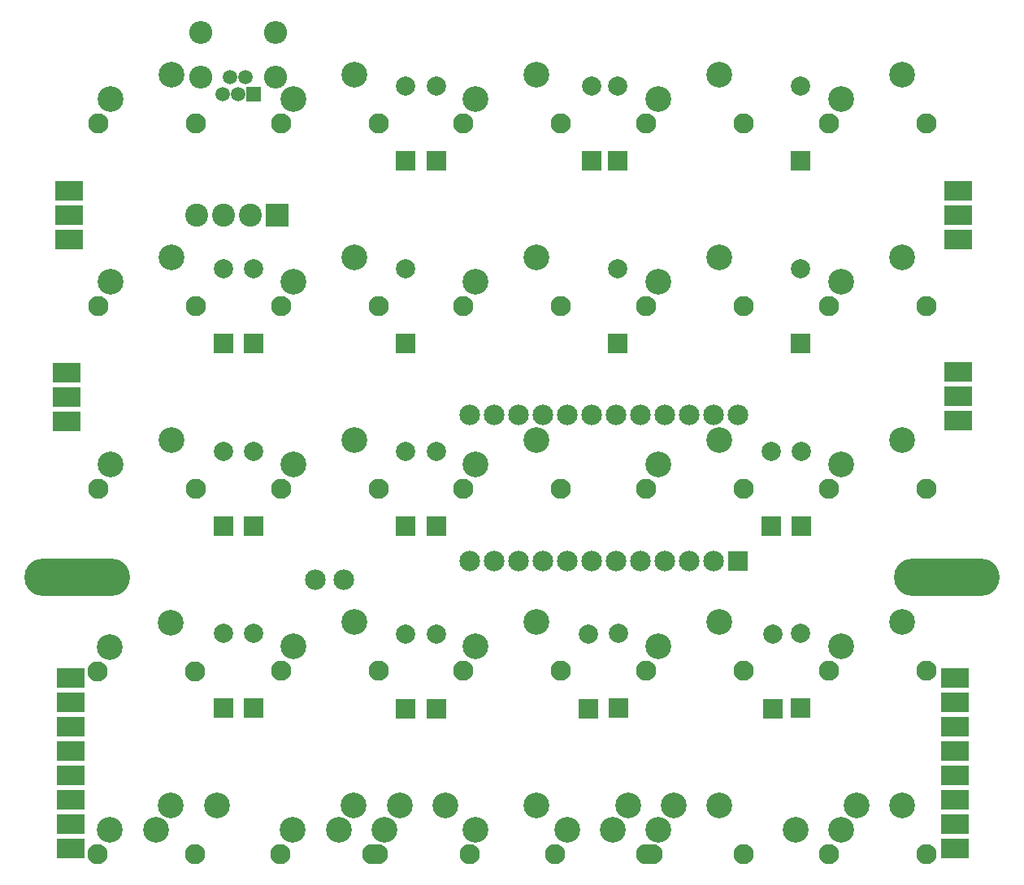
<source format=gts>
G04 #@! TF.GenerationSoftware,KiCad,Pcbnew,(5.1.4-0-10_14)*
G04 #@! TF.CreationDate,2019-11-16T22:27:34+01:00*
G04 #@! TF.ProjectId,tripel,74726970-656c-42e6-9b69-6361645f7063,rev?*
G04 #@! TF.SameCoordinates,Original*
G04 #@! TF.FileFunction,Soldermask,Top*
G04 #@! TF.FilePolarity,Negative*
%FSLAX46Y46*%
G04 Gerber Fmt 4.6, Leading zero omitted, Abs format (unit mm)*
G04 Created by KiCad (PCBNEW (5.1.4-0-10_14)) date 2019-11-16 22:27:34*
%MOMM*%
%LPD*%
G04 APERTURE LIST*
%ADD10C,2.101800*%
%ADD11C,2.686000*%
%ADD12R,2.900000X2.152600*%
%ADD13O,11.000000X3.900000*%
%ADD14O,2.400000X2.400000*%
%ADD15C,1.500000*%
%ADD16R,1.500000X1.500000*%
%ADD17C,2.400000*%
%ADD18R,2.400000X2.400000*%
%ADD19R,2.000000X2.000000*%
%ADD20C,2.000000*%
%ADD21R,2.152600X2.152600*%
%ADD22C,2.152600*%
G04 APERTURE END LIST*
D10*
X126355000Y-123787500D03*
X116195000Y-123787500D03*
D11*
X117465000Y-121247500D03*
X123815000Y-118707500D03*
D10*
X126392500Y-66656250D03*
X116232500Y-66656250D03*
D11*
X117502500Y-64116250D03*
X123852500Y-61576250D03*
D12*
X112940625Y-78702500D03*
X112940625Y-73622500D03*
X112940625Y-76162500D03*
X205857000Y-73559000D03*
X205857000Y-78639000D03*
X205857000Y-76099000D03*
X113157000Y-59690000D03*
X113157000Y-54610000D03*
X113157000Y-57150000D03*
X205781250Y-59746000D03*
X205781250Y-54666000D03*
X205781250Y-57206000D03*
D13*
X204618750Y-94968750D03*
D11*
X141277500Y-121247500D03*
X147627500Y-118707500D03*
X188902500Y-121247500D03*
X195252500Y-118707500D03*
X122227500Y-121247500D03*
X128577500Y-118707500D03*
X169852500Y-121247500D03*
X176202500Y-118707500D03*
D10*
X183505000Y-123787500D03*
X173345000Y-123787500D03*
D11*
X174615000Y-121247500D03*
X180965000Y-118707500D03*
D10*
X202517500Y-47625000D03*
X192357500Y-47625000D03*
D11*
X193627500Y-45085000D03*
X199977500Y-42545000D03*
D10*
X183486250Y-47625000D03*
X173326250Y-47625000D03*
D11*
X174596250Y-45085000D03*
X180946250Y-42545000D03*
D10*
X164455000Y-47625000D03*
X154295000Y-47625000D03*
D11*
X155565000Y-45085000D03*
X161915000Y-42545000D03*
D10*
X145423750Y-47625000D03*
X135263750Y-47625000D03*
D11*
X136533750Y-45085000D03*
X142883750Y-42545000D03*
D10*
X126392500Y-47625000D03*
X116232500Y-47625000D03*
D11*
X117502500Y-45085000D03*
X123852500Y-42545000D03*
D10*
X202517500Y-66656250D03*
X192357500Y-66656250D03*
D11*
X193627500Y-64116250D03*
X199977500Y-61576250D03*
D10*
X145423750Y-66656250D03*
X135263750Y-66656250D03*
D11*
X136533750Y-64116250D03*
X142883750Y-61576250D03*
D10*
X183486250Y-66656250D03*
X173326250Y-66656250D03*
D11*
X174596250Y-64116250D03*
X180946250Y-61576250D03*
D10*
X164455000Y-66656250D03*
X154295000Y-66656250D03*
D11*
X155565000Y-64116250D03*
X161915000Y-61576250D03*
D10*
X202517500Y-85687500D03*
X192357500Y-85687500D03*
D11*
X193627500Y-83147500D03*
X199977500Y-80607500D03*
D10*
X183486250Y-85687500D03*
X173326250Y-85687500D03*
D11*
X174596250Y-83147500D03*
X180946250Y-80607500D03*
D10*
X126392500Y-85687500D03*
X116232500Y-85687500D03*
D11*
X117502500Y-83147500D03*
X123852500Y-80607500D03*
D10*
X145423750Y-85687500D03*
X135263750Y-85687500D03*
D11*
X136533750Y-83147500D03*
X142883750Y-80607500D03*
D10*
X164455000Y-85687500D03*
X154295000Y-85687500D03*
D11*
X155565000Y-83147500D03*
X161915000Y-80607500D03*
D10*
X145423750Y-104718750D03*
X135263750Y-104718750D03*
D11*
X136533750Y-102178750D03*
X142883750Y-99638750D03*
D10*
X126355000Y-104737500D03*
X116195000Y-104737500D03*
D11*
X117465000Y-102197500D03*
X123815000Y-99657500D03*
D10*
X183486250Y-104718750D03*
X173326250Y-104718750D03*
D11*
X174596250Y-102178750D03*
X180946250Y-99638750D03*
D10*
X164455000Y-104718750D03*
X154295000Y-104718750D03*
D11*
X155565000Y-102178750D03*
X161915000Y-99638750D03*
D10*
X202517500Y-104718750D03*
X192357500Y-104718750D03*
D11*
X193627500Y-102178750D03*
X199977500Y-99638750D03*
D10*
X154930000Y-123787500D03*
X144770000Y-123787500D03*
D11*
X146040000Y-121247500D03*
X152390000Y-118707500D03*
D10*
X173980000Y-123787500D03*
X163820000Y-123787500D03*
D11*
X165090000Y-121247500D03*
X171440000Y-118707500D03*
D12*
X113343750Y-123190000D03*
X113343750Y-120650000D03*
X113343750Y-118110000D03*
X113343750Y-115570000D03*
X113343750Y-113030000D03*
X113343750Y-110490000D03*
X113343750Y-107950000D03*
X113343750Y-105410000D03*
X205500000Y-123190000D03*
X205500000Y-120650000D03*
X205500000Y-118110000D03*
X205500000Y-115570000D03*
X205500000Y-113030000D03*
X205500000Y-110490000D03*
X205500000Y-107950000D03*
X205500000Y-105410000D03*
D14*
X126897500Y-42827000D03*
X126897500Y-38127000D03*
X134697500Y-38127000D03*
X134697500Y-42827000D03*
D15*
X129197500Y-44577000D03*
X129997500Y-42827000D03*
X130797500Y-44577000D03*
X131597500Y-42827000D03*
D16*
X132397500Y-44577000D03*
D13*
X114036000Y-94968750D03*
D17*
X126489000Y-57150000D03*
X132089000Y-57150000D03*
X129289000Y-57150000D03*
D18*
X134889000Y-57150000D03*
D19*
X186521250Y-108637500D03*
D20*
X186521250Y-100837500D03*
D19*
X151437500Y-51525000D03*
D20*
X151437500Y-43725000D03*
D19*
X129281250Y-70556250D03*
D20*
X129281250Y-62756250D03*
X189375000Y-43725000D03*
D19*
X189375000Y-51525000D03*
D20*
X186375000Y-81787500D03*
D19*
X186375000Y-89587500D03*
X132375000Y-108618750D03*
D20*
X132375000Y-100818750D03*
D19*
X129281250Y-89587500D03*
D20*
X129281250Y-81787500D03*
D19*
X148262500Y-51525000D03*
D20*
X148262500Y-43725000D03*
D19*
X189375000Y-70556250D03*
D20*
X189375000Y-62756250D03*
X170437500Y-100818750D03*
D19*
X170437500Y-108618750D03*
D20*
X129281250Y-100818750D03*
D19*
X129281250Y-108618750D03*
D20*
X132387500Y-62737500D03*
D19*
X132387500Y-70537500D03*
D20*
X132375000Y-81787500D03*
D19*
X132375000Y-89587500D03*
D20*
X189468750Y-81787500D03*
D19*
X189468750Y-89587500D03*
D20*
X167312500Y-100837500D03*
D19*
X167312500Y-108637500D03*
D20*
X148262500Y-100837500D03*
D19*
X148262500Y-108637500D03*
D20*
X167640000Y-43725000D03*
D19*
X167640000Y-51525000D03*
X148262500Y-70556250D03*
D20*
X148262500Y-62756250D03*
D19*
X189375000Y-108618750D03*
D20*
X189375000Y-100818750D03*
D19*
X148262500Y-89587500D03*
D20*
X148262500Y-81787500D03*
D19*
X151437500Y-89587500D03*
D20*
X151437500Y-81787500D03*
D19*
X170343750Y-51525000D03*
D20*
X170343750Y-43725000D03*
D19*
X170343750Y-70556250D03*
D20*
X170343750Y-62756250D03*
X151437500Y-100837500D03*
D19*
X151437500Y-108637500D03*
D21*
X182883500Y-93213750D03*
D22*
X180343500Y-93213750D03*
X177803500Y-93213750D03*
X175263500Y-93213750D03*
X172723500Y-93213750D03*
X170183500Y-93213750D03*
X167643500Y-93213750D03*
X165103500Y-93213750D03*
X162563500Y-93213750D03*
X160023500Y-93213750D03*
X157483500Y-93213750D03*
X154943500Y-93213750D03*
X154943500Y-77973750D03*
X157483500Y-77973750D03*
X160023500Y-77973750D03*
X162563500Y-77973750D03*
X165103500Y-77973750D03*
X167643500Y-77973750D03*
X170183500Y-77973750D03*
X172723500Y-77973750D03*
X175263500Y-77973750D03*
X177803500Y-77973750D03*
X180343500Y-77973750D03*
X182883500Y-77973750D03*
D11*
X200015000Y-118707500D03*
X193665000Y-121247500D03*
D10*
X192395000Y-123787500D03*
X202555000Y-123787500D03*
X145405000Y-123787500D03*
X135245000Y-123787500D03*
D11*
X136515000Y-121247500D03*
X142865000Y-118707500D03*
D22*
X141825000Y-95212500D03*
X138825000Y-95212500D03*
D11*
X161915000Y-118707500D03*
X155565000Y-121247500D03*
M02*

</source>
